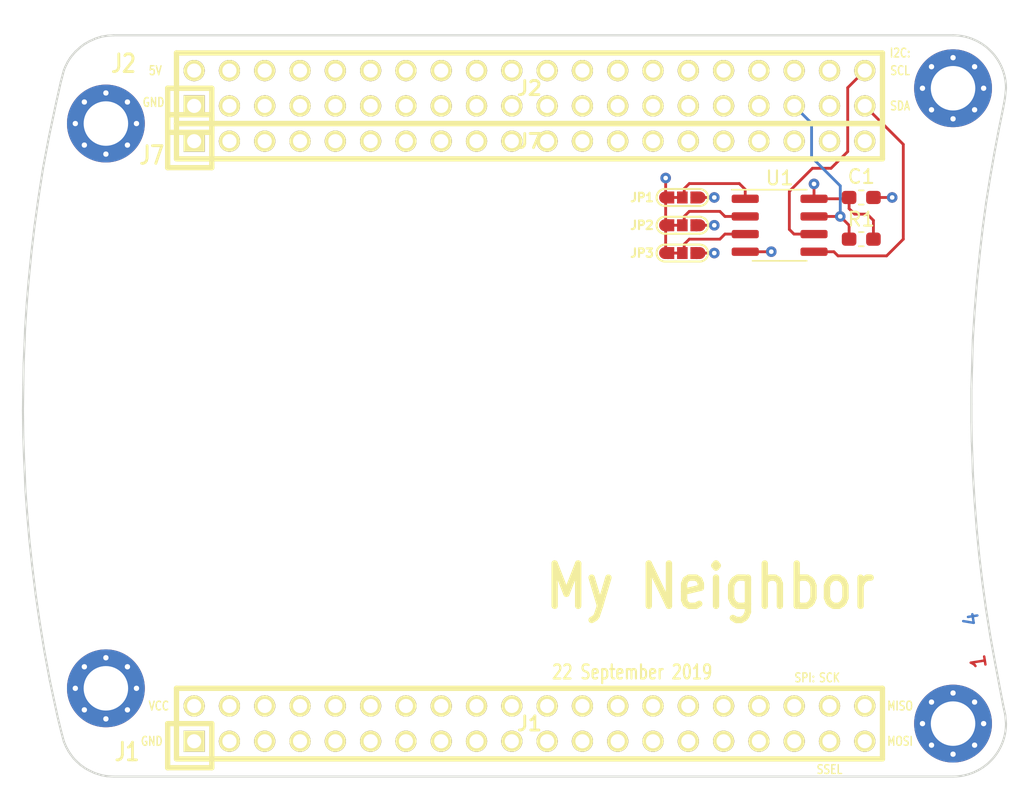
<source format=kicad_pcb>
(kicad_pcb (version 20171130) (host pcbnew 5.1.4)
  (layers (0 F.Cu signal) (1 C2.Cu power) (2 C3.Cu power) (31 B.Cu signal) (34 B.Paste user) (35 F.Paste user) (36 B.SilkS user) (37 F.SilkS user) (38 B.Mask user) (39 F.Mask user) (44 Edge.Cuts user))
  (net 0 "")
  (net 1 GND)
  (net 2 VCC)
  (net 3 /P4_9)
  (net 4 /P0_0)
  (net 5 /P4_10)
  (net 6 /P0_1)
  (net 7 /P1_0)
  (net 8 /P5_0)
  (net 9 /P5_1)
  (net 10 /P1_1)
  (net 11 /CLK0)
  (net 12 /P1_2)
  (net 13 /P1_5)
  (net 14 /P5_2)
  (net 15 /P1_7)
  (net 16 /P1_6)
  (net 17 /P1_9)
  (net 18 /P1_8)
  (net 19 /P5_3)
  (net 20 /P1_10)
  (net 21 /P1_12)
  (net 22 /P1_11)
  (net 23 /P5_5)
  (net 24 /P5_4)
  (net 25 /P1_14)
  (net 26 /P1_13)
  (net 27 /P5_6)
  (net 28 /P1_15)
  (net 29 /P5_7)
  (net 30 /P1_16)
  (net 31 /P1_18)
  (net 32 /P1_17)
  (net 33 /P9_5)
  (net 34 /P9_6)
  (net 35 /P2_0)
  (net 36 /P6_0)
  (net 37 /P1_20)
  (net 38 /P1_19)
  (net 39 /P1_4)
  (net 40 /P1_3)
  (net 41 /P4_8)
  (net 42 /P4_0)
  (net 43 /ADC0_0)
  (net 44 /P4_5)
  (net 45 /P4_4)
  (net 46 /P4_2)
  (net 47 /P4_3)
  (net 48 /P4_6)
  (net 49 /P4_7)
  (net 50 /CLK2)
  (net 51 /P2_8)
  (net 52 /P2_7)
  (net 53 /P2_6)
  (net 54 /P7_7)
  (net 55 /WAKEUP0)
  (net 56 /P2_5)
  (net 57 /P2_4)
  (net 58 /P2_3)
  (net 59 /PF_4)
  (net 60 /P3_2)
  (net 61 /P7_2)
  (net 62 /P3_1)
  (net 63 /P7_1)
  (net 64 /P3_0)
  (net 65 /P7_0)
  (net 66 /P3_4)
  (net 67 /P6_8)
  (net 68 /P3_7)
  (net 69 /P6_7)
  (net 70 /P3_3)
  (net 71 /P2_2)
  (net 72 /P6_6)
  (net 73 /P2_1)
  (net 74 /P6_3)
  (net 75 /P3_5)
  (net 76 /P3_6)
  (net 77 /I2C0_SDA)
  (net 78 /I2C0_SCL)
  (net 79 /P6_4)
  (net 80 /P6_5)
  (net 81 /ADC0_5)
  (net 82 /ADC0_2)
  (net 83 /P2_9)
  (net 84 /P2_12)
  (net 85 /P2_13)
  (net 86 /RTC_ALARM)
  (net 87 /RESET)
  (net 88 /VBAT)
  (net 89 /P2_11)
  (net 90 /P2_10)
  (net 91 /P6_10)
  (net 92 /P6_9)
  (net 93 /P6_2)
  (net 94 /P6_1)
  (net 95 /E0)
  (net 96 /E1)
  (net 97 /E2)
  (net 98 /RTCX1)
  (net 99 +5V)
  (module neighbor:0603-JUMPER-3-BRIDGED12 (layer F.Cu) (at 157.05 82.25)
    (fp_text reference JP2 (at -2.9 0) (layer F.SilkS) (effects (font (size 0.6096 0.6096) (thickness 0.1524))))
    (fp_text value Jumper_3_Bridged12 hide)
    (fp_arc (start -1.2414 0) (end -1.2414 0.6096) (angle 180) (layer F.SilkS) (width 0.15))
    (fp_arc (start 1.2414 0) (end 1.2414 -0.6096) (angle 180) (layer F.SilkS) (width 0.15))
    (fp_line (start 1.2414 -0.6096) (end -1.2414 -0.6096) (layer F.SilkS) (width 0.15))
    (fp_line (start -1.2414 0.6096) (end 1.2414 0.6096) (layer F.SilkS) (width 0.15))
    (pad "" smd rect (at -0.5 0) (size 0.762 0.2032) (layers F.Cu F.Mask))
    (pad 2 smd rect (at 0 0) (size 0.762 0.8636) (layers F.Cu F.Mask) (net 96 /E1))
    (pad 3 smd oval (at 1.1271 0) (size 1.0922 0.8636) (layers F.Cu F.Mask) (net 2 VCC))
    (pad 1 smd rect (at -0.835 0) (size 0.508 0.8636) (layers F.Cu F.Mask) (net 1 GND))
    (pad 3 smd rect (at 0.835 0) (size 0.508 0.8636) (layers F.Cu F.Mask) (net 2 VCC))
    (pad 1 smd oval (at -1.1271 0) (size 1.0922 0.8636) (layers F.Cu F.Mask) (net 1 GND))
  )
  (module Capacitor_SMD:C_0603_1608Metric_Pad1.05x0.95mm_HandSolder (layer F.Cu) (at 169.925 80.25 180)
    (fp_text reference C1 (at 0 1.5) (layer F.SilkS))
    (fp_text value 100nF)
    (fp_line (start -0.171267 0.51) (end 0.171267 0.51) (layer F.SilkS) (width 0.12))
    (fp_line (start -0.171267 -0.51) (end 0.171267 -0.51) (layer F.SilkS) (width 0.12))
    (pad 2 smd roundrect (at 0.875 0 180) (size 1.05 0.95) (layers F.Cu F.Paste F.Mask) (net 2 VCC))
    (pad 1 smd roundrect (at -0.875 0 180) (size 1.05 0.95) (layers F.Cu F.Paste F.Mask) (net 1 GND))
  )
  (module Resistor_SMD:R_0603_1608Metric_Pad1.05x0.95mm_HandSolder (layer F.Cu) (at 169.925 83.25)
    (fp_text reference R1 (at 0 -1.43) (layer F.SilkS))
    (fp_text value 10k)
    (fp_line (start -0.171267 0.51) (end 0.171267 0.51) (layer F.SilkS) (width 0.12))
    (fp_line (start -0.171267 -0.51) (end 0.171267 -0.51) (layer F.SilkS) (width 0.12))
    (pad 2 smd roundrect (at 0.875 0) (size 1.05 0.95) (layers F.Cu F.Paste F.Mask) (net 2 VCC))
    (pad 1 smd roundrect (at -0.875 0) (size 1.05 0.95) (layers F.Cu F.Paste F.Mask) (net 73 /P2_1))
  )
  (module neighbor:0603-JUMPER-3-BRIDGED12 (layer F.Cu) (at 157.05 84.25)
    (fp_text reference JP3 (at -2.9 0) (layer F.SilkS) (effects (font (size 0.6096 0.6096) (thickness 0.1524))))
    (fp_text value Jumper_3_Bridged12 hide)
    (fp_arc (start -1.2414 0) (end -1.2414 0.6096) (angle 180) (layer F.SilkS) (width 0.15))
    (fp_arc (start 1.2414 0) (end 1.2414 -0.6096) (angle 180) (layer F.SilkS) (width 0.15))
    (fp_line (start 1.2414 -0.6096) (end -1.2414 -0.6096) (layer F.SilkS) (width 0.15))
    (fp_line (start -1.2414 0.6096) (end 1.2414 0.6096) (layer F.SilkS) (width 0.15))
    (pad "" smd rect (at -0.5 0) (size 0.762 0.2032) (layers F.Cu F.Mask))
    (pad 2 smd rect (at 0 0) (size 0.762 0.8636) (layers F.Cu F.Mask) (net 97 /E2))
    (pad 3 smd oval (at 1.1271 0) (size 1.0922 0.8636) (layers F.Cu F.Mask) (net 2 VCC))
    (pad 1 smd rect (at -0.835 0) (size 0.508 0.8636) (layers F.Cu F.Mask) (net 1 GND))
    (pad 3 smd rect (at 0.835 0) (size 0.508 0.8636) (layers F.Cu F.Mask) (net 2 VCC))
    (pad 1 smd oval (at -1.1271 0) (size 1.0922 0.8636) (layers F.Cu F.Mask) (net 1 GND))
  )
  (module neighbor:0603-JUMPER-3-BRIDGED12 (layer F.Cu) (at 157.05 80.25)
    (fp_text reference JP1 (at -2.9 0) (layer F.SilkS) (effects (font (size 0.6096 0.6096) (thickness 0.1524))))
    (fp_text value Jumper_3_Bridged12 hide)
    (fp_arc (start -1.2414 0) (end -1.2414 0.6096) (angle 180) (layer F.SilkS) (width 0.15))
    (fp_arc (start 1.2414 0) (end 1.2414 -0.6096) (angle 180) (layer F.SilkS) (width 0.15))
    (fp_line (start 1.2414 -0.6096) (end -1.2414 -0.6096) (layer F.SilkS) (width 0.15))
    (fp_line (start -1.2414 0.6096) (end 1.2414 0.6096) (layer F.SilkS) (width 0.15))
    (pad "" smd rect (at -0.5 0) (size 0.762 0.2032) (layers F.Cu F.Mask))
    (pad 2 smd rect (at 0 0) (size 0.762 0.8636) (layers F.Cu F.Mask) (net 95 /E0))
    (pad 3 smd oval (at 1.1271 0) (size 1.0922 0.8636) (layers F.Cu F.Mask) (net 2 VCC))
    (pad 1 smd rect (at -0.835 0) (size 0.508 0.8636) (layers F.Cu F.Mask) (net 1 GND))
    (pad 3 smd rect (at 0.835 0) (size 0.508 0.8636) (layers F.Cu F.Mask) (net 2 VCC))
    (pad 1 smd oval (at -1.1271 0) (size 1.0922 0.8636) (layers F.Cu F.Mask) (net 1 GND))
  )
  (module Package_SO:SOIC-8_3.9x4.9mm_P1.27mm (layer F.Cu) (at 164.05 82.25)
    (fp_text reference U1 (at 0 -3.4) (layer F.SilkS))
    (fp_text value M24C02-FMN6TP)
    (fp_line (start 0 -2.56) (end -3.45 -2.56) (layer F.SilkS) (width 0.12))
    (fp_line (start 0 -2.56) (end 1.95 -2.56) (layer F.SilkS) (width 0.12))
    (fp_line (start 0 2.56) (end -1.95 2.56) (layer F.SilkS) (width 0.12))
    (fp_line (start 0 2.56) (end 1.95 2.56) (layer F.SilkS) (width 0.12))
    (pad 8 smd roundrect (at 2.475 -1.905) (size 1.95 0.6) (layers F.Cu F.Paste F.Mask) (net 2 VCC))
    (pad 7 smd roundrect (at 2.475 -0.635) (size 1.95 0.6) (layers F.Cu F.Paste F.Mask) (net 73 /P2_1))
    (pad 6 smd roundrect (at 2.475 0.635) (size 1.95 0.6) (layers F.Cu F.Paste F.Mask) (net 78 /I2C0_SCL))
    (pad 5 smd roundrect (at 2.475 1.905) (size 1.95 0.6) (layers F.Cu F.Paste F.Mask) (net 77 /I2C0_SDA))
    (pad 4 smd roundrect (at -2.475 1.905) (size 1.95 0.6) (layers F.Cu F.Paste F.Mask) (net 1 GND))
    (pad 3 smd roundrect (at -2.475 0.635) (size 1.95 0.6) (layers F.Cu F.Paste F.Mask) (net 97 /E2))
    (pad 2 smd roundrect (at -2.475 -0.635) (size 1.95 0.6) (layers F.Cu F.Paste F.Mask) (net 96 /E1))
    (pad 1 smd roundrect (at -2.475 -1.905) (size 1.95 0.6) (layers F.Cu F.Paste F.Mask) (net 95 /E0))
  )
  (module neighbor:HEADER-1x20 (layer F.Cu) (at 146.05 76.2)
    (fp_text reference J7 (at 0 0) (layer F.SilkS) (effects (font (size 1.016 1.016) (thickness 0.2032))))
    (fp_text value BONUS_ROW hide)
    (fp_line (start -22.86 1.905) (end -22.86 -1.905) (layer F.SilkS) (width 0.381))
    (fp_line (start -22.86 -1.905) (end -26.035 -1.905) (layer F.SilkS) (width 0.381))
    (fp_line (start -26.035 -1.905) (end -26.035 1.905) (layer F.SilkS) (width 0.381))
    (fp_line (start -25.4 -1.27) (end -25.4 1.27) (layer F.SilkS) (width 0.381))
    (fp_line (start -25.4 1.27) (end 25.4 1.27) (layer F.SilkS) (width 0.381))
    (fp_line (start 25.4 1.27) (end 25.4 -1.27) (layer F.SilkS) (width 0.381))
    (fp_line (start 25.4 -1.27) (end -25.4 -1.27) (layer F.SilkS) (width 0.381))
    (fp_line (start -26.035 1.905) (end -22.86 1.905) (layer F.SilkS) (width 0.381))
    (pad 1 thru_hole rect (at -24.13 0) (size 1.524 1.524) (drill 1.016) (layers *.Cu *.Mask F.SilkS) (net 1 GND))
    (pad 2 thru_hole circle (at -21.59 0) (size 1.524 1.524) (drill 1.016) (layers *.Cu *.Mask F.SilkS) (net 79 /P6_4))
    (pad 3 thru_hole circle (at -19.05 0) (size 1.524 1.524) (drill 1.016) (layers *.Cu *.Mask F.SilkS) (net 80 /P6_5))
    (pad 4 thru_hole circle (at -16.51 0) (size 1.524 1.524) (drill 1.016) (layers *.Cu *.Mask F.SilkS) (net 81 /ADC0_5))
    (pad 5 thru_hole circle (at -13.97 0) (size 1.524 1.524) (drill 1.016) (layers *.Cu *.Mask F.SilkS) (net 82 /ADC0_2))
    (pad 6 thru_hole circle (at -11.43 0) (size 1.524 1.524) (drill 1.016) (layers *.Cu *.Mask F.SilkS) (net 83 /P2_9))
    (pad 7 thru_hole circle (at -8.89 0) (size 1.524 1.524) (drill 1.016) (layers *.Cu *.Mask F.SilkS) (net 84 /P2_12))
    (pad 8 thru_hole circle (at -6.35 0) (size 1.524 1.524) (drill 1.016) (layers *.Cu *.Mask F.SilkS) (net 85 /P2_13))
    (pad 9 thru_hole circle (at -3.81 0) (size 1.524 1.524) (drill 1.016) (layers *.Cu *.Mask F.SilkS) (net 86 /RTC_ALARM))
    (pad 10 thru_hole circle (at -1.27 0) (size 1.524 1.524) (drill 1.016) (layers *.Cu *.Mask F.SilkS) (net 98 /RTCX1))
    (pad 11 thru_hole circle (at 1.27 0) (size 1.524 1.524) (drill 1.016) (layers *.Cu *.Mask F.SilkS) (net 87 /RESET))
    (pad 12 thru_hole circle (at 3.81 0) (size 1.524 1.524) (drill 1.016) (layers *.Cu *.Mask F.SilkS) (net 88 /VBAT))
    (pad 13 thru_hole circle (at 6.35 0) (size 1.524 1.524) (drill 1.016) (layers *.Cu *.Mask F.SilkS) (net 89 /P2_11))
    (pad 14 thru_hole circle (at 8.89 0) (size 1.524 1.524) (drill 1.016) (layers *.Cu *.Mask F.SilkS) (net 90 /P2_10))
    (pad 15 thru_hole circle (at 11.43 0) (size 1.524 1.524) (drill 1.016) (layers *.Cu *.Mask F.SilkS) (net 91 /P6_10))
    (pad 16 thru_hole circle (at 13.97 0) (size 1.524 1.524) (drill 1.016) (layers *.Cu *.Mask F.SilkS) (net 92 /P6_9))
    (pad 17 thru_hole circle (at 16.51 0) (size 1.524 1.524) (drill 1.016) (layers *.Cu *.Mask F.SilkS) (net 93 /P6_2))
    (pad 18 thru_hole circle (at 19.05 0) (size 1.524 1.524) (drill 1.016) (layers *.Cu *.Mask F.SilkS) (net 94 /P6_1))
    (pad 19 thru_hole circle (at 21.59 0) (size 1.524 1.524) (drill 1.016) (layers *.Cu *.Mask F.SilkS) (net 1 GND))
    (pad 20 thru_hole circle (at 24.13 0) (size 1.524 1.524) (drill 1.016) (layers *.Cu *.Mask F.SilkS) (net 2 VCC))
  )
  (module neighbor:HEADER-2x20 (layer F.Cu) (at 146.05 118.11)
    (fp_text reference J1 (at 0 0) (layer F.SilkS) (effects (font (size 1.016 1.016) (thickness 0.2032))))
    (fp_text value NEIGHBOR1 hide)
    (fp_line (start -25.4 -2.54) (end 25.4 -2.54) (layer F.SilkS) (width 0.381))
    (fp_line (start 25.4 -2.54) (end 25.4 2.54) (layer F.SilkS) (width 0.381))
    (fp_line (start 25.4 2.54) (end -25.4 2.54) (layer F.SilkS) (width 0.381))
    (fp_line (start -22.86 0) (end -26.035 0) (layer F.SilkS) (width 0.381))
    (fp_line (start -26.035 0) (end -26.035 3.175) (layer F.SilkS) (width 0.381))
    (fp_line (start -26.035 3.175) (end -22.86 3.175) (layer F.SilkS) (width 0.381))
    (fp_line (start -22.86 3.175) (end -22.86 0) (layer F.SilkS) (width 0.381))
    (fp_line (start -25.4 2.54) (end -25.4 -2.54) (layer F.SilkS) (width 0.381))
    (pad 1 thru_hole rect (at -24.13 1.27) (size 1.524 1.524) (drill 1.016) (layers *.Cu *.Mask F.SilkS) (net 1 GND))
    (pad 2 thru_hole circle (at -24.13 -1.27) (size 1.524 1.524) (drill 1.016) (layers *.Cu *.Mask F.SilkS) (net 2 VCC))
    (pad 3 thru_hole circle (at -21.59 1.27) (size 1.524 1.524) (drill 1.016) (layers *.Cu *.Mask F.SilkS) (net 3 /P4_9))
    (pad 4 thru_hole circle (at -21.59 -1.27) (size 1.524 1.524) (drill 1.016) (layers *.Cu *.Mask F.SilkS) (net 4 /P0_0))
    (pad 5 thru_hole circle (at -19.05 1.27) (size 1.524 1.524) (drill 1.016) (layers *.Cu *.Mask F.SilkS) (net 5 /P4_10))
    (pad 6 thru_hole circle (at -19.05 -1.27) (size 1.524 1.524) (drill 1.016) (layers *.Cu *.Mask F.SilkS) (net 6 /P0_1))
    (pad 7 thru_hole circle (at -16.51 1.27) (size 1.524 1.524) (drill 1.016) (layers *.Cu *.Mask F.SilkS) (net 7 /P1_0))
    (pad 8 thru_hole circle (at -16.51 -1.27) (size 1.524 1.524) (drill 1.016) (layers *.Cu *.Mask F.SilkS) (net 8 /P5_0))
    (pad 9 thru_hole circle (at -13.97 1.27) (size 1.524 1.524) (drill 1.016) (layers *.Cu *.Mask F.SilkS) (net 9 /P5_1))
    (pad 10 thru_hole circle (at -13.97 -1.27) (size 1.524 1.524) (drill 1.016) (layers *.Cu *.Mask F.SilkS) (net 10 /P1_1))
    (pad 11 thru_hole circle (at -11.43 1.27) (size 1.524 1.524) (drill 1.016) (layers *.Cu *.Mask F.SilkS) (net 11 /CLK0))
    (pad 12 thru_hole circle (at -11.43 -1.27) (size 1.524 1.524) (drill 1.016) (layers *.Cu *.Mask F.SilkS) (net 12 /P1_2))
    (pad 13 thru_hole circle (at -8.89 1.27) (size 1.524 1.524) (drill 1.016) (layers *.Cu *.Mask F.SilkS) (net 13 /P1_5))
    (pad 14 thru_hole circle (at -8.89 -1.27) (size 1.524 1.524) (drill 1.016) (layers *.Cu *.Mask F.SilkS) (net 14 /P5_2))
    (pad 15 thru_hole circle (at -6.35 1.27) (size 1.524 1.524) (drill 1.016) (layers *.Cu *.Mask F.SilkS) (net 15 /P1_7))
    (pad 16 thru_hole circle (at -6.35 -1.27) (size 1.524 1.524) (drill 1.016) (layers *.Cu *.Mask F.SilkS) (net 16 /P1_6))
    (pad 17 thru_hole circle (at -3.81 1.27) (size 1.524 1.524) (drill 1.016) (layers *.Cu *.Mask F.SilkS) (net 17 /P1_9))
    (pad 18 thru_hole circle (at -3.81 -1.27) (size 1.524 1.524) (drill 1.016) (layers *.Cu *.Mask F.SilkS) (net 18 /P1_8))
    (pad 19 thru_hole circle (at -1.27 1.27) (size 1.524 1.524) (drill 1.016) (layers *.Cu *.Mask F.SilkS) (net 19 /P5_3))
    (pad 20 thru_hole circle (at -1.27 -1.27) (size 1.524 1.524) (drill 1.016) (layers *.Cu *.Mask F.SilkS) (net 20 /P1_10))
    (pad 21 thru_hole circle (at 1.27 1.27) (size 1.524 1.524) (drill 1.016) (layers *.Cu *.Mask F.SilkS) (net 21 /P1_12))
    (pad 22 thru_hole circle (at 1.27 -1.27) (size 1.524 1.524) (drill 1.016) (layers *.Cu *.Mask F.SilkS) (net 22 /P1_11))
    (pad 23 thru_hole circle (at 3.81 1.27) (size 1.524 1.524) (drill 1.016) (layers *.Cu *.Mask F.SilkS) (net 23 /P5_5))
    (pad 24 thru_hole circle (at 3.81 -1.27) (size 1.524 1.524) (drill 1.016) (layers *.Cu *.Mask F.SilkS) (net 24 /P5_4))
    (pad 25 thru_hole circle (at 6.35 1.27) (size 1.524 1.524) (drill 1.016) (layers *.Cu *.Mask F.SilkS) (net 25 /P1_14))
    (pad 26 thru_hole circle (at 6.35 -1.27) (size 1.524 1.524) (drill 1.016) (layers *.Cu *.Mask F.SilkS) (net 26 /P1_13))
    (pad 27 thru_hole circle (at 8.89 1.27) (size 1.524 1.524) (drill 1.016) (layers *.Cu *.Mask F.SilkS) (net 27 /P5_6))
    (pad 28 thru_hole circle (at 8.89 -1.27) (size 1.524 1.524) (drill 1.016) (layers *.Cu *.Mask F.SilkS) (net 28 /P1_15))
    (pad 29 thru_hole circle (at 11.43 1.27) (size 1.524 1.524) (drill 1.016) (layers *.Cu *.Mask F.SilkS) (net 29 /P5_7))
    (pad 30 thru_hole circle (at 11.43 -1.27) (size 1.524 1.524) (drill 1.016) (layers *.Cu *.Mask F.SilkS) (net 30 /P1_16))
    (pad 31 thru_hole circle (at 13.97 1.27) (size 1.524 1.524) (drill 1.016) (layers *.Cu *.Mask F.SilkS) (net 31 /P1_18))
    (pad 32 thru_hole circle (at 13.97 -1.27) (size 1.524 1.524) (drill 1.016) (layers *.Cu *.Mask F.SilkS) (net 32 /P1_17))
    (pad 33 thru_hole circle (at 16.51 1.27) (size 1.524 1.524) (drill 1.016) (layers *.Cu *.Mask F.SilkS) (net 33 /P9_5))
    (pad 34 thru_hole circle (at 16.51 -1.27) (size 1.524 1.524) (drill 1.016) (layers *.Cu *.Mask F.SilkS) (net 34 /P9_6))
    (pad 35 thru_hole circle (at 19.05 1.27) (size 1.524 1.524) (drill 1.016) (layers *.Cu *.Mask F.SilkS) (net 35 /P2_0))
    (pad 36 thru_hole circle (at 19.05 -1.27) (size 1.524 1.524) (drill 1.016) (layers *.Cu *.Mask F.SilkS) (net 36 /P6_0))
    (pad 37 thru_hole circle (at 21.59 1.27) (size 1.524 1.524) (drill 1.016) (layers *.Cu *.Mask F.SilkS) (net 37 /P1_20))
    (pad 38 thru_hole circle (at 21.59 -1.27) (size 1.524 1.524) (drill 1.016) (layers *.Cu *.Mask F.SilkS) (net 38 /P1_19))
    (pad 39 thru_hole circle (at 24.13 1.27) (size 1.524 1.524) (drill 1.016) (layers *.Cu *.Mask F.SilkS) (net 39 /P1_4))
    (pad 40 thru_hole circle (at 24.13 -1.27) (size 1.524 1.524) (drill 1.016) (layers *.Cu *.Mask F.SilkS) (net 40 /P1_3))
  )
  (module neighbor:HEADER-2x20 (layer F.Cu) (at 146.05 72.39)
    (fp_text reference J2 (at 0 0) (layer F.SilkS) (effects (font (size 1.016 1.016) (thickness 0.2032))))
    (fp_text value NEIGHBOR2 hide)
    (fp_line (start -25.4 -2.54) (end 25.4 -2.54) (layer F.SilkS) (width 0.381))
    (fp_line (start 25.4 -2.54) (end 25.4 2.54) (layer F.SilkS) (width 0.381))
    (fp_line (start 25.4 2.54) (end -25.4 2.54) (layer F.SilkS) (width 0.381))
    (fp_line (start -22.86 0) (end -26.035 0) (layer F.SilkS) (width 0.381))
    (fp_line (start -26.035 0) (end -26.035 3.175) (layer F.SilkS) (width 0.381))
    (fp_line (start -26.035 3.175) (end -22.86 3.175) (layer F.SilkS) (width 0.381))
    (fp_line (start -22.86 3.175) (end -22.86 0) (layer F.SilkS) (width 0.381))
    (fp_line (start -25.4 2.54) (end -25.4 -2.54) (layer F.SilkS) (width 0.381))
    (pad 1 thru_hole rect (at -24.13 1.27) (size 1.524 1.524) (drill 1.016) (layers *.Cu *.Mask F.SilkS) (net 1 GND))
    (pad 2 thru_hole circle (at -24.13 -1.27) (size 1.524 1.524) (drill 1.016) (layers *.Cu *.Mask F.SilkS) (net 99 +5V))
    (pad 3 thru_hole circle (at -21.59 1.27) (size 1.524 1.524) (drill 1.016) (layers *.Cu *.Mask F.SilkS) (net 41 /P4_8))
    (pad 4 thru_hole circle (at -21.59 -1.27) (size 1.524 1.524) (drill 1.016) (layers *.Cu *.Mask F.SilkS) (net 42 /P4_0))
    (pad 5 thru_hole circle (at -19.05 1.27) (size 1.524 1.524) (drill 1.016) (layers *.Cu *.Mask F.SilkS) (net 43 /ADC0_0))
    (pad 6 thru_hole circle (at -19.05 -1.27) (size 1.524 1.524) (drill 1.016) (layers *.Cu *.Mask F.SilkS) (net 44 /P4_5))
    (pad 7 thru_hole circle (at -16.51 1.27) (size 1.524 1.524) (drill 1.016) (layers *.Cu *.Mask F.SilkS) (net 45 /P4_4))
    (pad 8 thru_hole circle (at -16.51 -1.27) (size 1.524 1.524) (drill 1.016) (layers *.Cu *.Mask F.SilkS) (net 46 /P4_2))
    (pad 9 thru_hole circle (at -13.97 1.27) (size 1.524 1.524) (drill 1.016) (layers *.Cu *.Mask F.SilkS) (net 47 /P4_3))
    (pad 10 thru_hole circle (at -13.97 -1.27) (size 1.524 1.524) (drill 1.016) (layers *.Cu *.Mask F.SilkS) (net 48 /P4_6))
    (pad 11 thru_hole circle (at -11.43 1.27) (size 1.524 1.524) (drill 1.016) (layers *.Cu *.Mask F.SilkS) (net 49 /P4_7))
    (pad 12 thru_hole circle (at -11.43 -1.27) (size 1.524 1.524) (drill 1.016) (layers *.Cu *.Mask F.SilkS) (net 50 /CLK2))
    (pad 13 thru_hole circle (at -8.89 1.27) (size 1.524 1.524) (drill 1.016) (layers *.Cu *.Mask F.SilkS) (net 51 /P2_8))
    (pad 14 thru_hole circle (at -8.89 -1.27) (size 1.524 1.524) (drill 1.016) (layers *.Cu *.Mask F.SilkS) (net 52 /P2_7))
    (pad 15 thru_hole circle (at -6.35 1.27) (size 1.524 1.524) (drill 1.016) (layers *.Cu *.Mask F.SilkS) (net 53 /P2_6))
    (pad 16 thru_hole circle (at -6.35 -1.27) (size 1.524 1.524) (drill 1.016) (layers *.Cu *.Mask F.SilkS) (net 54 /P7_7))
    (pad 17 thru_hole circle (at -3.81 1.27) (size 1.524 1.524) (drill 1.016) (layers *.Cu *.Mask F.SilkS) (net 55 /WAKEUP0))
    (pad 18 thru_hole circle (at -3.81 -1.27) (size 1.524 1.524) (drill 1.016) (layers *.Cu *.Mask F.SilkS) (net 56 /P2_5))
    (pad 19 thru_hole circle (at -1.27 1.27) (size 1.524 1.524) (drill 1.016) (layers *.Cu *.Mask F.SilkS) (net 57 /P2_4))
    (pad 20 thru_hole circle (at -1.27 -1.27) (size 1.524 1.524) (drill 1.016) (layers *.Cu *.Mask F.SilkS) (net 58 /P2_3))
    (pad 21 thru_hole circle (at 1.27 1.27) (size 1.524 1.524) (drill 1.016) (layers *.Cu *.Mask F.SilkS) (net 59 /PF_4))
    (pad 22 thru_hole circle (at 1.27 -1.27) (size 1.524 1.524) (drill 1.016) (layers *.Cu *.Mask F.SilkS) (net 60 /P3_2))
    (pad 23 thru_hole circle (at 3.81 1.27) (size 1.524 1.524) (drill 1.016) (layers *.Cu *.Mask F.SilkS) (net 61 /P7_2))
    (pad 24 thru_hole circle (at 3.81 -1.27) (size 1.524 1.524) (drill 1.016) (layers *.Cu *.Mask F.SilkS) (net 62 /P3_1))
    (pad 25 thru_hole circle (at 6.35 1.27) (size 1.524 1.524) (drill 1.016) (layers *.Cu *.Mask F.SilkS) (net 63 /P7_1))
    (pad 26 thru_hole circle (at 6.35 -1.27) (size 1.524 1.524) (drill 1.016) (layers *.Cu *.Mask F.SilkS) (net 64 /P3_0))
    (pad 27 thru_hole circle (at 8.89 1.27) (size 1.524 1.524) (drill 1.016) (layers *.Cu *.Mask F.SilkS) (net 65 /P7_0))
    (pad 28 thru_hole circle (at 8.89 -1.27) (size 1.524 1.524) (drill 1.016) (layers *.Cu *.Mask F.SilkS) (net 66 /P3_4))
    (pad 29 thru_hole circle (at 11.43 1.27) (size 1.524 1.524) (drill 1.016) (layers *.Cu *.Mask F.SilkS) (net 67 /P6_8))
    (pad 30 thru_hole circle (at 11.43 -1.27) (size 1.524 1.524) (drill 1.016) (layers *.Cu *.Mask F.SilkS) (net 68 /P3_7))
    (pad 31 thru_hole circle (at 13.97 1.27) (size 1.524 1.524) (drill 1.016) (layers *.Cu *.Mask F.SilkS) (net 69 /P6_7))
    (pad 32 thru_hole circle (at 13.97 -1.27) (size 1.524 1.524) (drill 1.016) (layers *.Cu *.Mask F.SilkS) (net 70 /P3_3))
    (pad 33 thru_hole circle (at 16.51 1.27) (size 1.524 1.524) (drill 1.016) (layers *.Cu *.Mask F.SilkS) (net 71 /P2_2))
    (pad 34 thru_hole circle (at 16.51 -1.27) (size 1.524 1.524) (drill 1.016) (layers *.Cu *.Mask F.SilkS) (net 72 /P6_6))
    (pad 35 thru_hole circle (at 19.05 1.27) (size 1.524 1.524) (drill 1.016) (layers *.Cu *.Mask F.SilkS) (net 73 /P2_1))
    (pad 36 thru_hole circle (at 19.05 -1.27) (size 1.524 1.524) (drill 1.016) (layers *.Cu *.Mask F.SilkS) (net 74 /P6_3))
    (pad 37 thru_hole circle (at 21.59 1.27) (size 1.524 1.524) (drill 1.016) (layers *.Cu *.Mask F.SilkS) (net 75 /P3_5))
    (pad 38 thru_hole circle (at 21.59 -1.27) (size 1.524 1.524) (drill 1.016) (layers *.Cu *.Mask F.SilkS) (net 76 /P3_6))
    (pad 39 thru_hole circle (at 24.13 1.27) (size 1.524 1.524) (drill 1.016) (layers *.Cu *.Mask F.SilkS) (net 77 /I2C0_SDA))
    (pad 40 thru_hole circle (at 24.13 -1.27) (size 1.524 1.524) (drill 1.016) (layers *.Cu *.Mask F.SilkS) (net 78 /I2C0_SCL))
  )
  (module neighbor:HOLE126MIL-COPPER (layer F.Cu) (at 115.57 74.93)
    (fp_text reference MH1 hide)
    (fp_text value MOUNTING_HOLE hide)
    (pad 1 thru_hole circle (at 0 0) (size 5.6 5.6) (drill 3.2004) (layers *.Cu *.Mask) (net 1 GND))
    (pad 1 thru_hole circle (at 0 -2.2) (size 0.6 0.6) (drill 0.381) (layers *.Cu *.Mask) (net 1 GND))
    (pad 1 thru_hole circle (at -2.2 0) (size 0.6 0.6) (drill 0.381) (layers *.Cu *.Mask) (net 1 GND))
    (pad 1 thru_hole circle (at 0 2.2) (size 0.6 0.6) (drill 0.381) (layers *.Cu *.Mask) (net 1 GND))
    (pad 1 thru_hole circle (at 2.2 0) (size 0.6 0.6) (drill 0.381) (layers *.Cu *.Mask) (net 1 GND))
    (pad 1 thru_hole circle (at 1.55 -1.55) (size 0.6 0.6) (drill 0.381) (layers *.Cu *.Mask) (net 1 GND))
    (pad 1 thru_hole circle (at -1.55 -1.55) (size 0.6 0.6) (drill 0.381) (layers *.Cu *.Mask) (net 1 GND))
    (pad 1 thru_hole circle (at -1.55 1.55) (size 0.6 0.6) (drill 0.381) (layers *.Cu *.Mask) (net 1 GND))
    (pad 1 thru_hole circle (at 1.55 1.55) (size 0.6 0.6) (drill 0.381) (layers *.Cu *.Mask) (net 1 GND))
  )
  (module neighbor:HOLE126MIL-COPPER (layer F.Cu) (at 115.57 115.57)
    (fp_text reference MH2 hide)
    (fp_text value MOUNTING_HOLE hide)
    (pad 1 thru_hole circle (at 0 0) (size 5.6 5.6) (drill 3.2004) (layers *.Cu *.Mask) (net 1 GND))
    (pad 1 thru_hole circle (at 0 -2.2) (size 0.6 0.6) (drill 0.381) (layers *.Cu *.Mask) (net 1 GND))
    (pad 1 thru_hole circle (at -2.2 0) (size 0.6 0.6) (drill 0.381) (layers *.Cu *.Mask) (net 1 GND))
    (pad 1 thru_hole circle (at 0 2.2) (size 0.6 0.6) (drill 0.381) (layers *.Cu *.Mask) (net 1 GND))
    (pad 1 thru_hole circle (at 2.2 0) (size 0.6 0.6) (drill 0.381) (layers *.Cu *.Mask) (net 1 GND))
    (pad 1 thru_hole circle (at 1.55 -1.55) (size 0.6 0.6) (drill 0.381) (layers *.Cu *.Mask) (net 1 GND))
    (pad 1 thru_hole circle (at -1.55 -1.55) (size 0.6 0.6) (drill 0.381) (layers *.Cu *.Mask) (net 1 GND))
    (pad 1 thru_hole circle (at -1.55 1.55) (size 0.6 0.6) (drill 0.381) (layers *.Cu *.Mask) (net 1 GND))
    (pad 1 thru_hole circle (at 1.55 1.55) (size 0.6 0.6) (drill 0.381) (layers *.Cu *.Mask) (net 1 GND))
  )
  (module neighbor:HOLE126MIL-COPPER (layer F.Cu) (at 176.53 118.11)
    (fp_text reference MH3 hide)
    (fp_text value MOUNTING_HOLE hide)
    (pad 1 thru_hole circle (at 0 0) (size 5.6 5.6) (drill 3.2004) (layers *.Cu *.Mask) (net 1 GND))
    (pad 1 thru_hole circle (at 0 -2.2) (size 0.6 0.6) (drill 0.381) (layers *.Cu *.Mask) (net 1 GND))
    (pad 1 thru_hole circle (at -2.2 0) (size 0.6 0.6) (drill 0.381) (layers *.Cu *.Mask) (net 1 GND))
    (pad 1 thru_hole circle (at 0 2.2) (size 0.6 0.6) (drill 0.381) (layers *.Cu *.Mask) (net 1 GND))
    (pad 1 thru_hole circle (at 2.2 0) (size 0.6 0.6) (drill 0.381) (layers *.Cu *.Mask) (net 1 GND))
    (pad 1 thru_hole circle (at 1.55 -1.55) (size 0.6 0.6) (drill 0.381) (layers *.Cu *.Mask) (net 1 GND))
    (pad 1 thru_hole circle (at -1.55 -1.55) (size 0.6 0.6) (drill 0.381) (layers *.Cu *.Mask) (net 1 GND))
    (pad 1 thru_hole circle (at -1.55 1.55) (size 0.6 0.6) (drill 0.381) (layers *.Cu *.Mask) (net 1 GND))
    (pad 1 thru_hole circle (at 1.55 1.55) (size 0.6 0.6) (drill 0.381) (layers *.Cu *.Mask) (net 1 GND))
  )
  (module neighbor:HOLE126MIL-COPPER (layer F.Cu) (at 176.53 72.39)
    (fp_text reference MH4 hide)
    (fp_text value MOUNTING_HOLE hide)
    (pad 1 thru_hole circle (at 0 0) (size 5.6 5.6) (drill 3.2004) (layers *.Cu *.Mask) (net 1 GND))
    (pad 1 thru_hole circle (at 0 -2.2) (size 0.6 0.6) (drill 0.381) (layers *.Cu *.Mask) (net 1 GND))
    (pad 1 thru_hole circle (at -2.2 0) (size 0.6 0.6) (drill 0.381) (layers *.Cu *.Mask) (net 1 GND))
    (pad 1 thru_hole circle (at 0 2.2) (size 0.6 0.6) (drill 0.381) (layers *.Cu *.Mask) (net 1 GND))
    (pad 1 thru_hole circle (at 2.2 0) (size 0.6 0.6) (drill 0.381) (layers *.Cu *.Mask) (net 1 GND))
    (pad 1 thru_hole circle (at 1.55 -1.55) (size 0.6 0.6) (drill 0.381) (layers *.Cu *.Mask) (net 1 GND))
    (pad 1 thru_hole circle (at -1.55 -1.55) (size 0.6 0.6) (drill 0.381) (layers *.Cu *.Mask) (net 1 GND))
    (pad 1 thru_hole circle (at -1.55 1.55) (size 0.6 0.6) (drill 0.381) (layers *.Cu *.Mask) (net 1 GND))
    (pad 1 thru_hole circle (at 1.55 1.55) (size 0.6 0.6) (drill 0.381) (layers *.Cu *.Mask) (net 1 GND))
  )
  (gr_line (start 109.6772 98.933) (end 109.728 99.9998) (angle 90) (layer Edge.Cuts) (width 0.15))
  (gr_line (start 109.6264 97.4852) (end 109.6772 98.933) (angle 90) (layer Edge.Cuts) (width 0.15))
  (gr_line (start 109.601 95.5802) (end 109.6264 97.4852) (angle 90) (layer Edge.Cuts) (width 0.15))
  (gr_line (start 109.6264 93.726) (end 109.601 95.5802) (angle 90) (layer Edge.Cuts) (width 0.15))
  (gr_line (start 109.6518 92.1766) (end 109.6264 93.726) (angle 90) (layer Edge.Cuts) (width 0.15))
  (gr_line (start 109.728 90.5002) (end 109.6518 92.1766) (angle 90) (layer Edge.Cuts) (width 0.15))
  (gr_line (start 177.927 99.0346) (end 177.9524 99.9998) (angle 90) (layer Edge.Cuts) (width 0.15))
  (gr_line (start 177.8762 97.79) (end 177.927 99.0346) (angle 90) (layer Edge.Cuts) (width 0.15))
  (gr_line (start 177.8508 96.393) (end 177.8762 97.79) (angle 90) (layer Edge.Cuts) (width 0.15))
  (gr_line (start 177.8508 95.123) (end 177.8508 96.393) (angle 90) (layer Edge.Cuts) (width 0.15))
  (gr_line (start 177.8508 94.0054) (end 177.8508 95.123) (angle 90) (layer Edge.Cuts) (width 0.15))
  (gr_line (start 177.9016 92.3544) (end 177.8508 94.0054) (angle 90) (layer Edge.Cuts) (width 0.15))
  (gr_line (start 177.9524 90.5002) (end 177.9016 92.3544) (angle 90) (layer Edge.Cuts) (width 0.15))
  (gr_text "22 September 2019" (at 153.4414 114.4016) (layer F.SilkS) (effects (font (size 1.016 0.762) (thickness 0.1524))))
  (gr_text 4 (at 177.8508 110.5916 98.9) (layer B.Cu) (effects (font (size 1.016 1.016) (thickness 0.1778))))
  (gr_text 1 (at 178.3588 113.6396 98.9) (layer F.Cu) (effects (font (size 1.016 1.016) (thickness 0.1778))))
  (gr_text GND (at 118.999 73.406) (layer F.SilkS) (effects (font (size 0.635 0.508) (thickness 0.1016))))
  (gr_text 5V (at 119.126 71.12) (layer F.SilkS) (effects (font (size 0.635 0.508) (thickness 0.1016))))
  (gr_text VCC (at 119.38 116.84) (layer F.SilkS) (effects (font (size 0.635 0.508) (thickness 0.1016))))
  (gr_text GND (at 118.872 119.38) (layer F.SilkS) (effects (font (size 0.635 0.508) (thickness 0.1016))))
  (gr_text SPI: (at 165.862 114.808) (layer F.SilkS) (effects (font (size 0.635 0.508) (thickness 0.1016))))
  (gr_text I2C: (at 172.72 69.85) (layer F.SilkS) (effects (font (size 0.635 0.508) (thickness 0.1016))))
  (gr_text SCL (at 172.72 71.12) (layer F.SilkS) (effects (font (size 0.635 0.508) (thickness 0.1016))))
  (gr_text SDA (at 172.72 73.66) (layer F.SilkS) (effects (font (size 0.635 0.508) (thickness 0.1016))))
  (gr_text SCK (at 167.64 114.808) (layer F.SilkS) (effects (font (size 0.635 0.508) (thickness 0.1016))))
  (gr_text SSEL (at 167.64 121.412) (layer F.SilkS) (effects (font (size 0.635 0.508) (thickness 0.1016))))
  (gr_text MISO (at 172.72 116.84) (layer F.SilkS) (effects (font (size 0.635 0.508) (thickness 0.1016))))
  (gr_text MOSI (at 172.72 119.38) (layer F.SilkS) (effects (font (size 0.635 0.508) (thickness 0.1016))))
  (gr_text J7 (at 118.872 77.216) (layer F.SilkS) (effects (font (size 1.27 1.016) (thickness 0.2032))))
  (gr_text J2 (at 116.84 70.612) (layer F.SilkS) (effects (font (size 1.27 1.016) (thickness 0.2032))))
  (gr_text J1 (at 117.094 120.142) (layer F.SilkS) (effects (font (size 1.27 1.016) (thickness 0.2032))))
  (gr_line (start 180.2638 73.1266) (end 180.34 72.39) (angle 90) (layer Edge.Cuts) (width 0.15))
  (gr_line (start 109.7788 101.2952) (end 109.728 99.9998) (angle 90) (layer Edge.Cuts) (width 0.15))
  (gr_line (start 109.9058 103.0224) (end 109.7788 101.2952) (angle 90) (layer Edge.Cuts) (width 0.15))
  (gr_line (start 110.0582 104.8512) (end 109.9058 103.0224) (angle 90) (layer Edge.Cuts) (width 0.15))
  (gr_line (start 110.2614 106.7308) (end 110.0582 104.8512) (angle 90) (layer Edge.Cuts) (width 0.15))
  (gr_line (start 110.5154 108.8136) (end 110.2614 106.7308) (angle 90) (layer Edge.Cuts) (width 0.15))
  (gr_line (start 110.7948 110.744) (end 110.5154 108.8136) (angle 90) (layer Edge.Cuts) (width 0.15))
  (gr_line (start 111.1504 112.9284) (end 110.7948 110.744) (angle 90) (layer Edge.Cuts) (width 0.15))
  (gr_line (start 111.5314 114.9858) (end 111.1504 112.9284) (angle 90) (layer Edge.Cuts) (width 0.15))
  (gr_line (start 112.0902 117.602) (end 111.5314 114.9858) (angle 90) (layer Edge.Cuts) (width 0.15))
  (gr_line (start 112.3442 118.6434) (end 112.0902 117.602) (angle 90) (layer Edge.Cuts) (width 0.15))
  (gr_line (start 112.4458 119.0244) (end 112.3442 118.6434) (angle 90) (layer Edge.Cuts) (width 0.15))
  (gr_line (start 112.5474 119.4054) (end 112.4458 119.0244) (angle 90) (layer Edge.Cuts) (width 0.15))
  (gr_line (start 112.6998 119.761) (end 112.5474 119.4054) (angle 90) (layer Edge.Cuts) (width 0.15))
  (gr_line (start 112.8776 120.0912) (end 112.6998 119.761) (angle 90) (layer Edge.Cuts) (width 0.15))
  (gr_line (start 113.03 120.3198) (end 112.8776 120.0912) (angle 90) (layer Edge.Cuts) (width 0.15))
  (gr_line (start 113.2586 120.6246) (end 113.03 120.3198) (angle 90) (layer Edge.Cuts) (width 0.15))
  (gr_line (start 113.4872 120.8532) (end 113.2586 120.6246) (angle 90) (layer Edge.Cuts) (width 0.15))
  (gr_line (start 113.7412 121.0818) (end 113.4872 120.8532) (angle 90) (layer Edge.Cuts) (width 0.15))
  (gr_line (start 114.0968 121.3358) (end 113.7412 121.0818) (angle 90) (layer Edge.Cuts) (width 0.15))
  (gr_line (start 114.3762 121.4882) (end 114.0968 121.3358) (angle 90) (layer Edge.Cuts) (width 0.15))
  (gr_line (start 114.7572 121.666) (end 114.3762 121.4882) (angle 90) (layer Edge.Cuts) (width 0.15))
  (gr_line (start 115.2398 121.8184) (end 114.7572 121.666) (angle 90) (layer Edge.Cuts) (width 0.15))
  (gr_line (start 115.6462 121.8946) (end 115.2398 121.8184) (angle 90) (layer Edge.Cuts) (width 0.15))
  (gr_line (start 116.1288 121.92) (end 115.6462 121.8946) (angle 90) (layer Edge.Cuts) (width 0.15))
  (gr_line (start 109.7534 89.7128) (end 109.728 90.5002) (angle 90) (layer Edge.Cuts) (width 0.15))
  (gr_line (start 109.8804 87.7824) (end 109.7534 89.7128) (angle 90) (layer Edge.Cuts) (width 0.15))
  (gr_line (start 110.0074 86.2584) (end 109.8804 87.7824) (angle 90) (layer Edge.Cuts) (width 0.15))
  (gr_line (start 110.2106 84.201) (end 110.0074 86.2584) (angle 90) (layer Edge.Cuts) (width 0.15))
  (gr_line (start 110.4392 82.2706) (end 110.2106 84.201) (angle 90) (layer Edge.Cuts) (width 0.15))
  (gr_line (start 110.7186 80.264) (end 110.4392 82.2706) (angle 90) (layer Edge.Cuts) (width 0.15))
  (gr_line (start 111.0488 78.1304) (end 110.7186 80.264) (angle 90) (layer Edge.Cuts) (width 0.15))
  (gr_line (start 111.4806 75.8444) (end 111.0488 78.1304) (angle 90) (layer Edge.Cuts) (width 0.15))
  (gr_line (start 112.014 73.3298) (end 111.4806 75.8444) (angle 90) (layer Edge.Cuts) (width 0.15))
  (gr_line (start 112.3188 71.9582) (end 112.014 73.3298) (angle 90) (layer Edge.Cuts) (width 0.15))
  (gr_line (start 112.395 71.6788) (end 112.3188 71.9582) (angle 90) (layer Edge.Cuts) (width 0.15))
  (gr_line (start 112.4712 71.374) (end 112.395 71.6788) (angle 90) (layer Edge.Cuts) (width 0.15))
  (gr_line (start 112.5474 71.0946) (end 112.4712 71.374) (angle 90) (layer Edge.Cuts) (width 0.15))
  (gr_line (start 112.649 70.8406) (end 112.5474 71.0946) (angle 90) (layer Edge.Cuts) (width 0.15))
  (gr_line (start 112.8268 70.485) (end 112.649 70.8406) (angle 90) (layer Edge.Cuts) (width 0.15))
  (gr_line (start 113.0046 70.2056) (end 112.8268 70.485) (angle 90) (layer Edge.Cuts) (width 0.15))
  (gr_line (start 113.1824 69.977) (end 113.0046 70.2056) (angle 90) (layer Edge.Cuts) (width 0.15))
  (gr_line (start 113.3856 69.7484) (end 113.1824 69.977) (angle 90) (layer Edge.Cuts) (width 0.15))
  (gr_line (start 113.6904 69.469) (end 113.3856 69.7484) (angle 90) (layer Edge.Cuts) (width 0.15))
  (gr_line (start 114.0206 69.215) (end 113.6904 69.469) (angle 90) (layer Edge.Cuts) (width 0.15))
  (gr_line (start 114.3762 69.0118) (end 114.0206 69.215) (angle 90) (layer Edge.Cuts) (width 0.15))
  (gr_line (start 114.8334 68.8086) (end 114.3762 69.0118) (angle 90) (layer Edge.Cuts) (width 0.15))
  (gr_line (start 115.2398 68.6816) (end 114.8334 68.8086) (angle 90) (layer Edge.Cuts) (width 0.15))
  (gr_line (start 115.697 68.6054) (end 115.2398 68.6816) (angle 90) (layer Edge.Cuts) (width 0.15))
  (gr_line (start 116.1288 68.58) (end 115.697 68.6054) (angle 90) (layer Edge.Cuts) (width 0.15))
  (gr_line (start 180.2892 117.5004) (end 180.34 118.11) (angle 90) (layer Edge.Cuts) (width 0.15))
  (gr_line (start 180.1368 116.7892) (end 180.2892 117.5004) (angle 90) (layer Edge.Cuts) (width 0.15))
  (gr_line (start 179.8828 115.4684) (end 180.1368 116.7892) (angle 90) (layer Edge.Cuts) (width 0.15))
  (gr_line (start 179.5526 113.7158) (end 179.8828 115.4684) (angle 90) (layer Edge.Cuts) (width 0.15))
  (gr_line (start 179.2224 111.887) (end 179.5526 113.7158) (angle 90) (layer Edge.Cuts) (width 0.15))
  (gr_line (start 178.8922 109.8042) (end 179.2224 111.887) (angle 90) (layer Edge.Cuts) (width 0.15))
  (gr_line (start 178.6382 107.9246) (end 178.8922 109.8042) (angle 90) (layer Edge.Cuts) (width 0.15))
  (gr_line (start 178.4096 105.9942) (end 178.6382 107.9246) (angle 90) (layer Edge.Cuts) (width 0.15))
  (gr_line (start 178.2318 104.1146) (end 178.4096 105.9942) (angle 90) (layer Edge.Cuts) (width 0.15))
  (gr_line (start 178.0794 102.108) (end 178.2318 104.1146) (angle 90) (layer Edge.Cuts) (width 0.15))
  (gr_line (start 177.9524 99.9998) (end 178.0794 102.108) (angle 90) (layer Edge.Cuts) (width 0.15))
  (gr_line (start 180.1368 73.8124) (end 180.2638 73.1266) (angle 90) (layer Edge.Cuts) (width 0.15))
  (gr_line (start 179.8066 75.438) (end 180.1368 73.8124) (angle 90) (layer Edge.Cuts) (width 0.15))
  (gr_line (start 179.5018 77.0636) (end 179.8066 75.438) (angle 90) (layer Edge.Cuts) (width 0.15))
  (gr_line (start 179.197 78.8162) (end 179.5018 77.0636) (angle 90) (layer Edge.Cuts) (width 0.15))
  (gr_line (start 178.9176 80.5688) (end 179.197 78.8162) (angle 90) (layer Edge.Cuts) (width 0.15))
  (gr_line (start 178.6636 82.4484) (end 178.9176 80.5688) (angle 90) (layer Edge.Cuts) (width 0.15))
  (gr_line (start 178.4604 84.2264) (end 178.6636 82.4484) (angle 90) (layer Edge.Cuts) (width 0.15))
  (gr_line (start 178.2572 86.233) (end 178.4604 84.2264) (angle 90) (layer Edge.Cuts) (width 0.15))
  (gr_line (start 178.0794 88.4682) (end 178.2572 86.233) (angle 90) (layer Edge.Cuts) (width 0.15))
  (gr_line (start 177.9524 90.5002) (end 178.0794 88.4682) (angle 90) (layer Edge.Cuts) (width 0.15))
  (gr_arc (start 176.53 118.11) (end 180.34 118.11) (angle 90) (layer Edge.Cuts) (width 0.15))
  (gr_text "My Neighbor" (at 159.05 108.25) (layer F.SilkS) (effects (font (size 3.048 2.54) (thickness 0.4572))))
  (gr_arc (start 176.53 72.39) (end 176.53 68.58) (angle 90) (layer Edge.Cuts) (width 0.15))
  (gr_line (start 176.53 121.92) (end 116.1288 121.92) (angle 90) (layer Edge.Cuts) (width 0.15))
  (gr_line (start 116.1288 68.58) (end 176.53 68.58) (angle 90) (layer Edge.Cuts) (width 0.15))
  (segment (start 155.914999 84.242099) (end 155.914999 84.25) (width 0.2032) (layer F.Cu) (net 1))
  (via (at 155.85 78.85) (size 0.762) (drill 0.3302) (layers F.Cu B.Cu) (net 1))
  (segment (start 155.85 84.1771) (end 155.914999 84.242099) (width 0.2032) (layer F.Cu) (net 1))
  (segment (start 155.85 78.85) (end 155.85 84.1771) (width 0.2032) (layer F.Cu) (net 1))
  (via (at 172.15 80.25) (size 0.762) (drill 0.3302) (layers F.Cu B.Cu) (net 1))
  (segment (start 170.8 80.25) (end 172.15 80.25) (width 0.2032) (layer F.Cu) (net 1))
  (via (at 163.45 84.15) (size 0.762) (drill 0.3302) (layers F.Cu B.Cu) (net 1))
  (segment (start 161.575 84.155) (end 163.445 84.155) (width 0.2032) (layer F.Cu) (net 1))
  (segment (start 163.445 84.155) (end 163.45 84.15) (width 0.2032) (layer F.Cu) (net 1))
  (segment (start 168.955 80.345) (end 169.05 80.25) (width 0.2032) (layer F.Cu) (net 2))
  (segment (start 166.525 80.345) (end 168.955 80.345) (width 0.2032) (layer F.Cu) (net 2))
  (via (at 166.525 79.274992) (size 0.762) (drill 0.3302) (layers F.Cu B.Cu) (net 2))
  (segment (start 166.525 80.345) (end 166.525 79.274992) (width 0.2032) (layer F.Cu) (net 2))
  (via (at 159.35 80.25) (size 0.762) (drill 0.3302) (layers F.Cu B.Cu) (net 2))
  (segment (start 158.1771 80.25) (end 159.35 80.25) (width 0.2032) (layer F.Cu) (net 2))
  (via (at 159.35 82.25) (size 0.762) (drill 0.3302) (layers F.Cu B.Cu) (net 2))
  (segment (start 158.1771 82.25) (end 159.35 82.25) (width 0.2032) (layer F.Cu) (net 2))
  (via (at 159.35 84.25) (size 0.762) (drill 0.3302) (layers F.Cu B.Cu) (net 2))
  (segment (start 158.1771 84.25) (end 159.35 84.25) (width 0.2032) (layer F.Cu) (net 2))
  (segment (start 170.35 81.45) (end 170.8 81.9) (width 0.2032) (layer F.Cu) (net 2))
  (segment (start 169.05 80.25) (end 169.05 81.05) (width 0.2032) (layer F.Cu) (net 2))
  (segment (start 170.8 81.9) (end 170.8 83.25) (width 0.2032) (layer F.Cu) (net 2))
  (segment (start 169.45 81.45) (end 170.35 81.45) (width 0.2032) (layer F.Cu) (net 2))
  (segment (start 169.05 81.05) (end 169.45 81.45) (width 0.2032) (layer F.Cu) (net 2))
  (segment (start 169.05 83.25) (end 169.05 82.25) (width 0.2032) (layer F.Cu) (net 73))
  (segment (start 168.415 81.615) (end 166.525 81.615) (width 0.2032) (layer F.Cu) (net 73))
  (segment (start 169.05 82.25) (end 168.415 81.615) (width 0.2032) (layer F.Cu) (net 73))
  (via (at 168.415 81.615) (size 0.762) (drill 0.3302) (layers F.Cu B.Cu) (net 73))
  (segment (start 168.415 81.615) (end 168.415 79.415) (width 0.2032) (layer B.Cu) (net 73))
  (segment (start 168.415 79.415) (end 166.35 77.35) (width 0.2032) (layer B.Cu) (net 73))
  (segment (start 166.35 74.91) (end 165.1 73.66) (width 0.2032) (layer B.Cu) (net 73))
  (segment (start 166.35 77.35) (end 166.35 74.91) (width 0.2032) (layer B.Cu) (net 73))
  (segment (start 167.955 84.155) (end 166.525 84.155) (width 0.2032) (layer F.Cu) (net 77))
  (segment (start 168.25 84.45) (end 167.955 84.155) (width 0.2032) (layer F.Cu) (net 77))
  (segment (start 171.75 84.45) (end 168.25 84.45) (width 0.2032) (layer F.Cu) (net 77))
  (segment (start 172.95 83.25) (end 171.75 84.45) (width 0.2032) (layer F.Cu) (net 77))
  (segment (start 170.18 73.66) (end 172.95 76.43) (width 0.2032) (layer F.Cu) (net 77))
  (segment (start 172.95 76.43) (end 172.95 83.25) (width 0.2032) (layer F.Cu) (net 77))
  (segment (start 165.085 82.885) (end 166.525 82.885) (width 0.2032) (layer F.Cu) (net 78))
  (segment (start 164.75 82.55) (end 165.085 82.885) (width 0.2032) (layer F.Cu) (net 78))
  (segment (start 167.75 78.15) (end 166.410198 78.15) (width 0.2032) (layer F.Cu) (net 78))
  (segment (start 168.95 72.35) (end 168.95 76.95) (width 0.2032) (layer F.Cu) (net 78))
  (segment (start 170.18 71.12) (end 168.95 72.35) (width 0.2032) (layer F.Cu) (net 78))
  (segment (start 164.75 79.810198) (end 164.75 82.55) (width 0.2032) (layer F.Cu) (net 78))
  (segment (start 168.95 76.95) (end 167.75 78.15) (width 0.2032) (layer F.Cu) (net 78))
  (segment (start 166.410198 78.15) (end 164.75 79.810198) (width 0.2032) (layer F.Cu) (net 78))
  (segment (start 161.575 80.345) (end 161.575 79.675) (width 0.2032) (layer F.Cu) (net 95))
  (segment (start 161.575 79.675) (end 161.15 79.25) (width 0.2032) (layer F.Cu) (net 95))
  (segment (start 161.15 79.25) (end 157.55 79.25) (width 0.2032) (layer F.Cu) (net 95))
  (segment (start 157.185001 79.945199) (end 157.185001 80.25) (width 0.2032) (layer F.Cu) (net 95))
  (segment (start 157.55 79.25) (end 157.185001 79.614999) (width 0.2032) (layer F.Cu) (net 95))
  (segment (start 157.185001 79.614999) (end 157.185001 79.945199) (width 0.2032) (layer F.Cu) (net 95))
  (segment (start 161.575 81.615) (end 160.115 81.615) (width 0.2032) (layer F.Cu) (net 96))
  (segment (start 160.115 81.615) (end 159.75 81.25) (width 0.2032) (layer F.Cu) (net 96))
  (segment (start 159.75 81.25) (end 157.55 81.25) (width 0.2032) (layer F.Cu) (net 96))
  (segment (start 157.185001 81.945199) (end 157.185001 82.25) (width 0.2032) (layer F.Cu) (net 96))
  (segment (start 157.55 81.25) (end 157.185001 81.614999) (width 0.2032) (layer F.Cu) (net 96))
  (segment (start 157.185001 81.614999) (end 157.185001 81.945199) (width 0.2032) (layer F.Cu) (net 96))
  (segment (start 161.575 82.885) (end 160.115 82.885) (width 0.2032) (layer F.Cu) (net 97))
  (segment (start 160.115 82.885) (end 159.75 83.25) (width 0.2032) (layer F.Cu) (net 97))
  (segment (start 159.75 83.25) (end 157.55 83.25) (width 0.2032) (layer F.Cu) (net 97))
  (segment (start 157.185001 83.945199) (end 157.185001 84.25) (width 0.2032) (layer F.Cu) (net 97))
  (segment (start 157.55 83.25) (end 157.185001 83.614999) (width 0.2032) (layer F.Cu) (net 97))
  (segment (start 157.185001 83.614999) (end 157.185001 83.945199) (width 0.2032) (layer F.Cu) (net 97))
)
</source>
